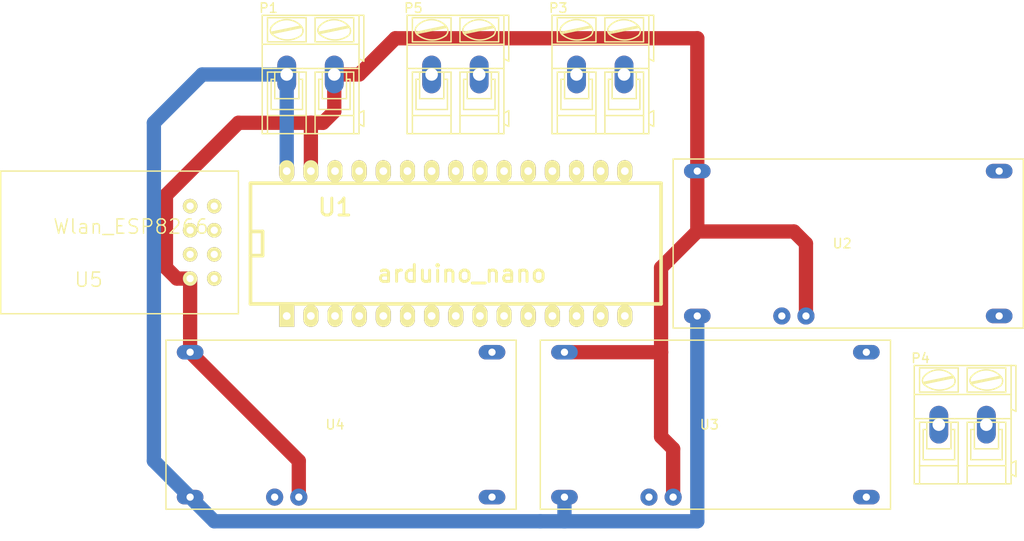
<source format=kicad_pcb>
(kicad_pcb (version 4) (host pcbnew 4.0.7)

  (general
    (links 23)
    (no_connects 11)
    (area 14.094999 16.17 122.195001 73.465)
    (thickness 1.6)
    (drawings 0)
    (tracks 38)
    (zones 0)
    (modules 9)
    (nets 15)
  )

  (page A4)
  (layers
    (0 F.Cu signal)
    (31 B.Cu signal)
    (32 B.Adhes user)
    (33 F.Adhes user)
    (34 B.Paste user)
    (35 F.Paste user)
    (36 B.SilkS user)
    (37 F.SilkS user)
    (38 B.Mask user)
    (39 F.Mask user)
    (40 Dwgs.User user)
    (41 Cmts.User user)
    (42 Eco1.User user)
    (43 Eco2.User user)
    (44 Edge.Cuts user)
    (45 Margin user)
    (46 B.CrtYd user)
    (47 F.CrtYd user)
    (48 B.Fab user)
    (49 F.Fab user)
  )

  (setup
    (last_trace_width 0.25)
    (trace_clearance 0.2)
    (zone_clearance 0.508)
    (zone_45_only no)
    (trace_min 0.2)
    (segment_width 0.2)
    (edge_width 0.1)
    (via_size 0.6)
    (via_drill 0.4)
    (via_min_size 0.4)
    (via_min_drill 0.3)
    (uvia_size 0.3)
    (uvia_drill 0.1)
    (uvias_allowed no)
    (uvia_min_size 0.2)
    (uvia_min_drill 0.1)
    (pcb_text_width 0.3)
    (pcb_text_size 1.5 1.5)
    (mod_edge_width 0.15)
    (mod_text_size 1 1)
    (mod_text_width 0.15)
    (pad_size 1.5 1.5)
    (pad_drill 0.6)
    (pad_to_mask_clearance 0)
    (aux_axis_origin 0 0)
    (visible_elements 7FFFFFFF)
    (pcbplotparams
      (layerselection 0x00030_80000001)
      (usegerberextensions false)
      (excludeedgelayer true)
      (linewidth 0.100000)
      (plotframeref false)
      (viasonmask false)
      (mode 1)
      (useauxorigin false)
      (hpglpennumber 1)
      (hpglpenspeed 20)
      (hpglpendiameter 15)
      (hpglpenoverlay 2)
      (psnegative false)
      (psa4output false)
      (plotreference true)
      (plotvalue true)
      (plotinvisibletext false)
      (padsonsilk false)
      (subtractmaskfromsilk false)
      (outputformat 1)
      (mirror false)
      (drillshape 1)
      (scaleselection 1)
      (outputdirectory ""))
  )

  (net 0 "")
  (net 1 +12V)
  (net 2 GND)
  (net 3 "Net-(P3-Pad1)")
  (net 4 "Net-(P3-Pad2)")
  (net 5 "Net-(P4-Pad1)")
  (net 6 "Net-(P4-Pad2)")
  (net 7 "Net-(P5-Pad1)")
  (net 8 "Net-(P5-Pad2)")
  (net 9 +5V)
  (net 10 ledPwmPin1)
  (net 11 wlanTX)
  (net 12 ledPwmPin2)
  (net 13 ledPwmPin3)
  (net 14 wlanRX)

  (net_class Default "This is the default net class."
    (clearance 0.2)
    (trace_width 0.25)
    (via_dia 0.6)
    (via_drill 0.4)
    (uvia_dia 0.3)
    (uvia_drill 0.1)
    (add_net +5V)
    (add_net "Net-(P3-Pad1)")
    (add_net "Net-(P3-Pad2)")
    (add_net "Net-(P4-Pad1)")
    (add_net "Net-(P4-Pad2)")
    (add_net "Net-(P5-Pad1)")
    (add_net "Net-(P5-Pad2)")
    (add_net ledPwmPin1)
    (add_net ledPwmPin2)
    (add_net ledPwmPin3)
    (add_net wlanRX)
    (add_net wlanTX)
  )

  (net_class 12V ""
    (clearance 0.5)
    (trace_width 1.5)
    (via_dia 2.5)
    (via_drill 0.75)
    (uvia_dia 2.5)
    (uvia_drill 1.5)
    (add_net +12V)
  )

  (net_class GND ""
    (clearance 0.5)
    (trace_width 1.5)
    (via_dia 2.5)
    (via_drill 0.75)
    (uvia_dia 2.5)
    (uvia_drill 1.5)
    (add_net GND)
  )

  (module Connectors:AK300-2 (layer F.Cu) (tedit 54792136) (tstamp 5B720AE5)
    (at 44.45 24.13)
    (descr CONNECTOR)
    (tags CONNECTOR)
    (path /55FFC574)
    (attr virtual)
    (fp_text reference P1 (at -1.92 -6.985) (layer F.SilkS)
      (effects (font (size 1 1) (thickness 0.15)))
    )
    (fp_text value "Power input" (at 2.779 7.747) (layer F.Fab)
      (effects (font (size 1 1) (thickness 0.15)))
    )
    (fp_line (start 8.363 -6.473) (end -2.83 -6.473) (layer F.CrtYd) (width 0.05))
    (fp_line (start 8.363 6.473) (end 8.363 -6.473) (layer F.CrtYd) (width 0.05))
    (fp_line (start -2.83 6.473) (end 8.363 6.473) (layer F.CrtYd) (width 0.05))
    (fp_line (start -2.83 -6.473) (end -2.83 6.473) (layer F.CrtYd) (width 0.05))
    (fp_line (start -1.2596 2.54) (end 1.2804 2.54) (layer F.SilkS) (width 0.15))
    (fp_line (start 1.2804 2.54) (end 1.2804 -0.254) (layer F.SilkS) (width 0.15))
    (fp_line (start -1.2596 -0.254) (end 1.2804 -0.254) (layer F.SilkS) (width 0.15))
    (fp_line (start -1.2596 2.54) (end -1.2596 -0.254) (layer F.SilkS) (width 0.15))
    (fp_line (start 3.7442 2.54) (end 6.2842 2.54) (layer F.SilkS) (width 0.15))
    (fp_line (start 6.2842 2.54) (end 6.2842 -0.254) (layer F.SilkS) (width 0.15))
    (fp_line (start 3.7442 -0.254) (end 6.2842 -0.254) (layer F.SilkS) (width 0.15))
    (fp_line (start 3.7442 2.54) (end 3.7442 -0.254) (layer F.SilkS) (width 0.15))
    (fp_line (start 7.605 -6.223) (end 7.605 -3.175) (layer F.SilkS) (width 0.15))
    (fp_line (start 7.605 -6.223) (end -2.58 -6.223) (layer F.SilkS) (width 0.15))
    (fp_line (start 7.605 -6.223) (end 8.113 -6.223) (layer F.SilkS) (width 0.15))
    (fp_line (start 8.113 -6.223) (end 8.113 -1.397) (layer F.SilkS) (width 0.15))
    (fp_line (start 8.113 -1.397) (end 7.605 -1.651) (layer F.SilkS) (width 0.15))
    (fp_line (start 8.113 5.461) (end 7.605 5.207) (layer F.SilkS) (width 0.15))
    (fp_line (start 7.605 5.207) (end 7.605 6.223) (layer F.SilkS) (width 0.15))
    (fp_line (start 8.113 3.81) (end 7.605 4.064) (layer F.SilkS) (width 0.15))
    (fp_line (start 7.605 4.064) (end 7.605 5.207) (layer F.SilkS) (width 0.15))
    (fp_line (start 8.113 3.81) (end 8.113 5.461) (layer F.SilkS) (width 0.15))
    (fp_line (start 2.9822 6.223) (end 2.9822 4.318) (layer F.SilkS) (width 0.15))
    (fp_line (start 7.0462 -0.254) (end 7.0462 4.318) (layer F.SilkS) (width 0.15))
    (fp_line (start 2.9822 6.223) (end 7.0462 6.223) (layer F.SilkS) (width 0.15))
    (fp_line (start 7.0462 6.223) (end 7.605 6.223) (layer F.SilkS) (width 0.15))
    (fp_line (start 2.0424 6.223) (end 2.0424 4.318) (layer F.SilkS) (width 0.15))
    (fp_line (start 2.0424 6.223) (end 2.9822 6.223) (layer F.SilkS) (width 0.15))
    (fp_line (start -2.0216 -0.254) (end -2.0216 4.318) (layer F.SilkS) (width 0.15))
    (fp_line (start -2.58 6.223) (end -2.0216 6.223) (layer F.SilkS) (width 0.15))
    (fp_line (start -2.0216 6.223) (end 2.0424 6.223) (layer F.SilkS) (width 0.15))
    (fp_line (start 2.9822 4.318) (end 7.0462 4.318) (layer F.SilkS) (width 0.15))
    (fp_line (start 2.9822 4.318) (end 2.9822 -0.254) (layer F.SilkS) (width 0.15))
    (fp_line (start 7.0462 4.318) (end 7.0462 6.223) (layer F.SilkS) (width 0.15))
    (fp_line (start 2.0424 4.318) (end -2.0216 4.318) (layer F.SilkS) (width 0.15))
    (fp_line (start 2.0424 4.318) (end 2.0424 -0.254) (layer F.SilkS) (width 0.15))
    (fp_line (start -2.0216 4.318) (end -2.0216 6.223) (layer F.SilkS) (width 0.15))
    (fp_line (start 6.6652 3.683) (end 6.6652 0.508) (layer F.SilkS) (width 0.15))
    (fp_line (start 6.6652 3.683) (end 3.3632 3.683) (layer F.SilkS) (width 0.15))
    (fp_line (start 3.3632 3.683) (end 3.3632 0.508) (layer F.SilkS) (width 0.15))
    (fp_line (start 1.6614 3.683) (end 1.6614 0.508) (layer F.SilkS) (width 0.15))
    (fp_line (start 1.6614 3.683) (end -1.6406 3.683) (layer F.SilkS) (width 0.15))
    (fp_line (start -1.6406 3.683) (end -1.6406 0.508) (layer F.SilkS) (width 0.15))
    (fp_line (start -1.6406 0.508) (end -1.2596 0.508) (layer F.SilkS) (width 0.15))
    (fp_line (start 1.6614 0.508) (end 1.2804 0.508) (layer F.SilkS) (width 0.15))
    (fp_line (start 3.3632 0.508) (end 3.7442 0.508) (layer F.SilkS) (width 0.15))
    (fp_line (start 6.6652 0.508) (end 6.2842 0.508) (layer F.SilkS) (width 0.15))
    (fp_line (start -2.58 6.223) (end -2.58 -0.635) (layer F.SilkS) (width 0.15))
    (fp_line (start -2.58 -0.635) (end -2.58 -3.175) (layer F.SilkS) (width 0.15))
    (fp_line (start 7.605 -1.651) (end 7.605 -0.635) (layer F.SilkS) (width 0.15))
    (fp_line (start 7.605 -0.635) (end 7.605 4.064) (layer F.SilkS) (width 0.15))
    (fp_line (start -2.58 -3.175) (end 7.605 -3.175) (layer F.SilkS) (width 0.15))
    (fp_line (start -2.58 -3.175) (end -2.58 -6.223) (layer F.SilkS) (width 0.15))
    (fp_line (start 7.605 -3.175) (end 7.605 -1.651) (layer F.SilkS) (width 0.15))
    (fp_line (start 2.9822 -3.429) (end 2.9822 -5.969) (layer F.SilkS) (width 0.15))
    (fp_line (start 2.9822 -5.969) (end 7.0462 -5.969) (layer F.SilkS) (width 0.15))
    (fp_line (start 7.0462 -5.969) (end 7.0462 -3.429) (layer F.SilkS) (width 0.15))
    (fp_line (start 7.0462 -3.429) (end 2.9822 -3.429) (layer F.SilkS) (width 0.15))
    (fp_line (start 2.0424 -3.429) (end 2.0424 -5.969) (layer F.SilkS) (width 0.15))
    (fp_line (start 2.0424 -3.429) (end -2.0216 -3.429) (layer F.SilkS) (width 0.15))
    (fp_line (start -2.0216 -3.429) (end -2.0216 -5.969) (layer F.SilkS) (width 0.15))
    (fp_line (start 2.0424 -5.969) (end -2.0216 -5.969) (layer F.SilkS) (width 0.15))
    (fp_line (start 3.3886 -4.445) (end 6.4366 -5.08) (layer F.SilkS) (width 0.15))
    (fp_line (start 3.5156 -4.318) (end 6.5636 -4.953) (layer F.SilkS) (width 0.15))
    (fp_line (start -1.6152 -4.445) (end 1.43534 -5.08) (layer F.SilkS) (width 0.15))
    (fp_line (start -1.4882 -4.318) (end 1.5598 -4.953) (layer F.SilkS) (width 0.15))
    (fp_line (start -2.0216 -0.254) (end -1.6406 -0.254) (layer F.SilkS) (width 0.15))
    (fp_line (start 2.0424 -0.254) (end 1.6614 -0.254) (layer F.SilkS) (width 0.15))
    (fp_line (start 1.6614 -0.254) (end -1.6406 -0.254) (layer F.SilkS) (width 0.15))
    (fp_line (start -2.58 -0.635) (end -1.6406 -0.635) (layer F.SilkS) (width 0.15))
    (fp_line (start -1.6406 -0.635) (end 1.6614 -0.635) (layer F.SilkS) (width 0.15))
    (fp_line (start 1.6614 -0.635) (end 3.3632 -0.635) (layer F.SilkS) (width 0.15))
    (fp_line (start 7.605 -0.635) (end 6.6652 -0.635) (layer F.SilkS) (width 0.15))
    (fp_line (start 6.6652 -0.635) (end 3.3632 -0.635) (layer F.SilkS) (width 0.15))
    (fp_line (start 7.0462 -0.254) (end 6.6652 -0.254) (layer F.SilkS) (width 0.15))
    (fp_line (start 2.9822 -0.254) (end 3.3632 -0.254) (layer F.SilkS) (width 0.15))
    (fp_line (start 3.3632 -0.254) (end 6.6652 -0.254) (layer F.SilkS) (width 0.15))
    (fp_arc (start 6.0302 -4.59486) (end 6.53566 -5.05206) (angle 90.5) (layer F.SilkS) (width 0.15))
    (fp_arc (start 5.065 -6.0706) (end 6.52804 -4.11734) (angle 75.5) (layer F.SilkS) (width 0.15))
    (fp_arc (start 4.98626 -3.7084) (end 3.3886 -5.0038) (angle 100) (layer F.SilkS) (width 0.15))
    (fp_arc (start 3.8712 -4.64566) (end 3.58164 -4.1275) (angle 104.2) (layer F.SilkS) (width 0.15))
    (fp_arc (start 1.0264 -4.59486) (end 1.5344 -5.05206) (angle 90.5) (layer F.SilkS) (width 0.15))
    (fp_arc (start 0.06374 -6.0706) (end 1.52678 -4.11734) (angle 75.5) (layer F.SilkS) (width 0.15))
    (fp_arc (start -0.01246 -3.7084) (end -1.6152 -5.0038) (angle 100) (layer F.SilkS) (width 0.15))
    (fp_arc (start -1.1326 -4.64566) (end -1.41962 -4.1275) (angle 104.2) (layer F.SilkS) (width 0.15))
    (pad 1 thru_hole oval (at 0 0) (size 1.9812 3.9624) (drill 1.3208) (layers *.Cu F.Paste F.Mask)
      (net 1 +12V))
    (pad 2 thru_hole oval (at 5 0) (size 1.9812 3.9624) (drill 1.3208) (layers *.Cu F.Paste F.Mask)
      (net 2 GND))
  )

  (module Connectors:AK300-2 (layer F.Cu) (tedit 54792136) (tstamp 5B720AEB)
    (at 74.93 24.13)
    (descr CONNECTOR)
    (tags CONNECTOR)
    (path /55FFD4B0)
    (attr virtual)
    (fp_text reference P3 (at -1.92 -6.985) (layer F.SilkS)
      (effects (font (size 1 1) (thickness 0.15)))
    )
    (fp_text value "LED 1" (at 2.779 7.747) (layer F.Fab)
      (effects (font (size 1 1) (thickness 0.15)))
    )
    (fp_line (start 8.363 -6.473) (end -2.83 -6.473) (layer F.CrtYd) (width 0.05))
    (fp_line (start 8.363 6.473) (end 8.363 -6.473) (layer F.CrtYd) (width 0.05))
    (fp_line (start -2.83 6.473) (end 8.363 6.473) (layer F.CrtYd) (width 0.05))
    (fp_line (start -2.83 -6.473) (end -2.83 6.473) (layer F.CrtYd) (width 0.05))
    (fp_line (start -1.2596 2.54) (end 1.2804 2.54) (layer F.SilkS) (width 0.15))
    (fp_line (start 1.2804 2.54) (end 1.2804 -0.254) (layer F.SilkS) (width 0.15))
    (fp_line (start -1.2596 -0.254) (end 1.2804 -0.254) (layer F.SilkS) (width 0.15))
    (fp_line (start -1.2596 2.54) (end -1.2596 -0.254) (layer F.SilkS) (width 0.15))
    (fp_line (start 3.7442 2.54) (end 6.2842 2.54) (layer F.SilkS) (width 0.15))
    (fp_line (start 6.2842 2.54) (end 6.2842 -0.254) (layer F.SilkS) (width 0.15))
    (fp_line (start 3.7442 -0.254) (end 6.2842 -0.254) (layer F.SilkS) (width 0.15))
    (fp_line (start 3.7442 2.54) (end 3.7442 -0.254) (layer F.SilkS) (width 0.15))
    (fp_line (start 7.605 -6.223) (end 7.605 -3.175) (layer F.SilkS) (width 0.15))
    (fp_line (start 7.605 -6.223) (end -2.58 -6.223) (layer F.SilkS) (width 0.15))
    (fp_line (start 7.605 -6.223) (end 8.113 -6.223) (layer F.SilkS) (width 0.15))
    (fp_line (start 8.113 -6.223) (end 8.113 -1.397) (layer F.SilkS) (width 0.15))
    (fp_line (start 8.113 -1.397) (end 7.605 -1.651) (layer F.SilkS) (width 0.15))
    (fp_line (start 8.113 5.461) (end 7.605 5.207) (layer F.SilkS) (width 0.15))
    (fp_line (start 7.605 5.207) (end 7.605 6.223) (layer F.SilkS) (width 0.15))
    (fp_line (start 8.113 3.81) (end 7.605 4.064) (layer F.SilkS) (width 0.15))
    (fp_line (start 7.605 4.064) (end 7.605 5.207) (layer F.SilkS) (width 0.15))
    (fp_line (start 8.113 3.81) (end 8.113 5.461) (layer F.SilkS) (width 0.15))
    (fp_line (start 2.9822 6.223) (end 2.9822 4.318) (layer F.SilkS) (width 0.15))
    (fp_line (start 7.0462 -0.254) (end 7.0462 4.318) (layer F.SilkS) (width 0.15))
    (fp_line (start 2.9822 6.223) (end 7.0462 6.223) (layer F.SilkS) (width 0.15))
    (fp_line (start 7.0462 6.223) (end 7.605 6.223) (layer F.SilkS) (width 0.15))
    (fp_line (start 2.0424 6.223) (end 2.0424 4.318) (layer F.SilkS) (width 0.15))
    (fp_line (start 2.0424 6.223) (end 2.9822 6.223) (layer F.SilkS) (width 0.15))
    (fp_line (start -2.0216 -0.254) (end -2.0216 4.318) (layer F.SilkS) (width 0.15))
    (fp_line (start -2.58 6.223) (end -2.0216 6.223) (layer F.SilkS) (width 0.15))
    (fp_line (start -2.0216 6.223) (end 2.0424 6.223) (layer F.SilkS) (width 0.15))
    (fp_line (start 2.9822 4.318) (end 7.0462 4.318) (layer F.SilkS) (width 0.15))
    (fp_line (start 2.9822 4.318) (end 2.9822 -0.254) (layer F.SilkS) (width 0.15))
    (fp_line (start 7.0462 4.318) (end 7.0462 6.223) (layer F.SilkS) (width 0.15))
    (fp_line (start 2.0424 4.318) (end -2.0216 4.318) (layer F.SilkS) (width 0.15))
    (fp_line (start 2.0424 4.318) (end 2.0424 -0.254) (layer F.SilkS) (width 0.15))
    (fp_line (start -2.0216 4.318) (end -2.0216 6.223) (layer F.SilkS) (width 0.15))
    (fp_line (start 6.6652 3.683) (end 6.6652 0.508) (layer F.SilkS) (width 0.15))
    (fp_line (start 6.6652 3.683) (end 3.3632 3.683) (layer F.SilkS) (width 0.15))
    (fp_line (start 3.3632 3.683) (end 3.3632 0.508) (layer F.SilkS) (width 0.15))
    (fp_line (start 1.6614 3.683) (end 1.6614 0.508) (layer F.SilkS) (width 0.15))
    (fp_line (start 1.6614 3.683) (end -1.6406 3.683) (layer F.SilkS) (width 0.15))
    (fp_line (start -1.6406 3.683) (end -1.6406 0.508) (layer F.SilkS) (width 0.15))
    (fp_line (start -1.6406 0.508) (end -1.2596 0.508) (layer F.SilkS) (width 0.15))
    (fp_line (start 1.6614 0.508) (end 1.2804 0.508) (layer F.SilkS) (width 0.15))
    (fp_line (start 3.3632 0.508) (end 3.7442 0.508) (layer F.SilkS) (width 0.15))
    (fp_line (start 6.6652 0.508) (end 6.2842 0.508) (layer F.SilkS) (width 0.15))
    (fp_line (start -2.58 6.223) (end -2.58 -0.635) (layer F.SilkS) (width 0.15))
    (fp_line (start -2.58 -0.635) (end -2.58 -3.175) (layer F.SilkS) (width 0.15))
    (fp_line (start 7.605 -1.651) (end 7.605 -0.635) (layer F.SilkS) (width 0.15))
    (fp_line (start 7.605 -0.635) (end 7.605 4.064) (layer F.SilkS) (width 0.15))
    (fp_line (start -2.58 -3.175) (end 7.605 -3.175) (layer F.SilkS) (width 0.15))
    (fp_line (start -2.58 -3.175) (end -2.58 -6.223) (layer F.SilkS) (width 0.15))
    (fp_line (start 7.605 -3.175) (end 7.605 -1.651) (layer F.SilkS) (width 0.15))
    (fp_line (start 2.9822 -3.429) (end 2.9822 -5.969) (layer F.SilkS) (width 0.15))
    (fp_line (start 2.9822 -5.969) (end 7.0462 -5.969) (layer F.SilkS) (width 0.15))
    (fp_line (start 7.0462 -5.969) (end 7.0462 -3.429) (layer F.SilkS) (width 0.15))
    (fp_line (start 7.0462 -3.429) (end 2.9822 -3.429) (layer F.SilkS) (width 0.15))
    (fp_line (start 2.0424 -3.429) (end 2.0424 -5.969) (layer F.SilkS) (width 0.15))
    (fp_line (start 2.0424 -3.429) (end -2.0216 -3.429) (layer F.SilkS) (width 0.15))
    (fp_line (start -2.0216 -3.429) (end -2.0216 -5.969) (layer F.SilkS) (width 0.15))
    (fp_line (start 2.0424 -5.969) (end -2.0216 -5.969) (layer F.SilkS) (width 0.15))
    (fp_line (start 3.3886 -4.445) (end 6.4366 -5.08) (layer F.SilkS) (width 0.15))
    (fp_line (start 3.5156 -4.318) (end 6.5636 -4.953) (layer F.SilkS) (width 0.15))
    (fp_line (start -1.6152 -4.445) (end 1.43534 -5.08) (layer F.SilkS) (width 0.15))
    (fp_line (start -1.4882 -4.318) (end 1.5598 -4.953) (layer F.SilkS) (width 0.15))
    (fp_line (start -2.0216 -0.254) (end -1.6406 -0.254) (layer F.SilkS) (width 0.15))
    (fp_line (start 2.0424 -0.254) (end 1.6614 -0.254) (layer F.SilkS) (width 0.15))
    (fp_line (start 1.6614 -0.254) (end -1.6406 -0.254) (layer F.SilkS) (width 0.15))
    (fp_line (start -2.58 -0.635) (end -1.6406 -0.635) (layer F.SilkS) (width 0.15))
    (fp_line (start -1.6406 -0.635) (end 1.6614 -0.635) (layer F.SilkS) (width 0.15))
    (fp_line (start 1.6614 -0.635) (end 3.3632 -0.635) (layer F.SilkS) (width 0.15))
    (fp_line (start 7.605 -0.635) (end 6.6652 -0.635) (layer F.SilkS) (width 0.15))
    (fp_line (start 6.6652 -0.635) (end 3.3632 -0.635) (layer F.SilkS) (width 0.15))
    (fp_line (start 7.0462 -0.254) (end 6.6652 -0.254) (layer F.SilkS) (width 0.15))
    (fp_line (start 2.9822 -0.254) (end 3.3632 -0.254) (layer F.SilkS) (width 0.15))
    (fp_line (start 3.3632 -0.254) (end 6.6652 -0.254) (layer F.SilkS) (width 0.15))
    (fp_arc (start 6.0302 -4.59486) (end 6.53566 -5.05206) (angle 90.5) (layer F.SilkS) (width 0.15))
    (fp_arc (start 5.065 -6.0706) (end 6.52804 -4.11734) (angle 75.5) (layer F.SilkS) (width 0.15))
    (fp_arc (start 4.98626 -3.7084) (end 3.3886 -5.0038) (angle 100) (layer F.SilkS) (width 0.15))
    (fp_arc (start 3.8712 -4.64566) (end 3.58164 -4.1275) (angle 104.2) (layer F.SilkS) (width 0.15))
    (fp_arc (start 1.0264 -4.59486) (end 1.5344 -5.05206) (angle 90.5) (layer F.SilkS) (width 0.15))
    (fp_arc (start 0.06374 -6.0706) (end 1.52678 -4.11734) (angle 75.5) (layer F.SilkS) (width 0.15))
    (fp_arc (start -0.01246 -3.7084) (end -1.6152 -5.0038) (angle 100) (layer F.SilkS) (width 0.15))
    (fp_arc (start -1.1326 -4.64566) (end -1.41962 -4.1275) (angle 104.2) (layer F.SilkS) (width 0.15))
    (pad 1 thru_hole oval (at 0 0) (size 1.9812 3.9624) (drill 1.3208) (layers *.Cu F.Paste F.Mask)
      (net 3 "Net-(P3-Pad1)"))
    (pad 2 thru_hole oval (at 5 0) (size 1.9812 3.9624) (drill 1.3208) (layers *.Cu F.Paste F.Mask)
      (net 4 "Net-(P3-Pad2)"))
  )

  (module Connectors:AK300-2 (layer F.Cu) (tedit 54792136) (tstamp 5B720AF1)
    (at 113.03 60.96)
    (descr CONNECTOR)
    (tags CONNECTOR)
    (path /55FFD727)
    (attr virtual)
    (fp_text reference P4 (at -1.92 -6.985) (layer F.SilkS)
      (effects (font (size 1 1) (thickness 0.15)))
    )
    (fp_text value "LED 2" (at 2.779 7.747) (layer F.Fab)
      (effects (font (size 1 1) (thickness 0.15)))
    )
    (fp_line (start 8.363 -6.473) (end -2.83 -6.473) (layer F.CrtYd) (width 0.05))
    (fp_line (start 8.363 6.473) (end 8.363 -6.473) (layer F.CrtYd) (width 0.05))
    (fp_line (start -2.83 6.473) (end 8.363 6.473) (layer F.CrtYd) (width 0.05))
    (fp_line (start -2.83 -6.473) (end -2.83 6.473) (layer F.CrtYd) (width 0.05))
    (fp_line (start -1.2596 2.54) (end 1.2804 2.54) (layer F.SilkS) (width 0.15))
    (fp_line (start 1.2804 2.54) (end 1.2804 -0.254) (layer F.SilkS) (width 0.15))
    (fp_line (start -1.2596 -0.254) (end 1.2804 -0.254) (layer F.SilkS) (width 0.15))
    (fp_line (start -1.2596 2.54) (end -1.2596 -0.254) (layer F.SilkS) (width 0.15))
    (fp_line (start 3.7442 2.54) (end 6.2842 2.54) (layer F.SilkS) (width 0.15))
    (fp_line (start 6.2842 2.54) (end 6.2842 -0.254) (layer F.SilkS) (width 0.15))
    (fp_line (start 3.7442 -0.254) (end 6.2842 -0.254) (layer F.SilkS) (width 0.15))
    (fp_line (start 3.7442 2.54) (end 3.7442 -0.254) (layer F.SilkS) (width 0.15))
    (fp_line (start 7.605 -6.223) (end 7.605 -3.175) (layer F.SilkS) (width 0.15))
    (fp_line (start 7.605 -6.223) (end -2.58 -6.223) (layer F.SilkS) (width 0.15))
    (fp_line (start 7.605 -6.223) (end 8.113 -6.223) (layer F.SilkS) (width 0.15))
    (fp_line (start 8.113 -6.223) (end 8.113 -1.397) (layer F.SilkS) (width 0.15))
    (fp_line (start 8.113 -1.397) (end 7.605 -1.651) (layer F.SilkS) (width 0.15))
    (fp_line (start 8.113 5.461) (end 7.605 5.207) (layer F.SilkS) (width 0.15))
    (fp_line (start 7.605 5.207) (end 7.605 6.223) (layer F.SilkS) (width 0.15))
    (fp_line (start 8.113 3.81) (end 7.605 4.064) (layer F.SilkS) (width 0.15))
    (fp_line (start 7.605 4.064) (end 7.605 5.207) (layer F.SilkS) (width 0.15))
    (fp_line (start 8.113 3.81) (end 8.113 5.461) (layer F.SilkS) (width 0.15))
    (fp_line (start 2.9822 6.223) (end 2.9822 4.318) (layer F.SilkS) (width 0.15))
    (fp_line (start 7.0462 -0.254) (end 7.0462 4.318) (layer F.SilkS) (width 0.15))
    (fp_line (start 2.9822 6.223) (end 7.0462 6.223) (layer F.SilkS) (width 0.15))
    (fp_line (start 7.0462 6.223) (end 7.605 6.223) (layer F.SilkS) (width 0.15))
    (fp_line (start 2.0424 6.223) (end 2.0424 4.318) (layer F.SilkS) (width 0.15))
    (fp_line (start 2.0424 6.223) (end 2.9822 6.223) (layer F.SilkS) (width 0.15))
    (fp_line (start -2.0216 -0.254) (end -2.0216 4.318) (layer F.SilkS) (width 0.15))
    (fp_line (start -2.58 6.223) (end -2.0216 6.223) (layer F.SilkS) (width 0.15))
    (fp_line (start -2.0216 6.223) (end 2.0424 6.223) (layer F.SilkS) (width 0.15))
    (fp_line (start 2.9822 4.318) (end 7.0462 4.318) (layer F.SilkS) (width 0.15))
    (fp_line (start 2.9822 4.318) (end 2.9822 -0.254) (layer F.SilkS) (width 0.15))
    (fp_line (start 7.0462 4.318) (end 7.0462 6.223) (layer F.SilkS) (width 0.15))
    (fp_line (start 2.0424 4.318) (end -2.0216 4.318) (layer F.SilkS) (width 0.15))
    (fp_line (start 2.0424 4.318) (end 2.0424 -0.254) (layer F.SilkS) (width 0.15))
    (fp_line (start -2.0216 4.318) (end -2.0216 6.223) (layer F.SilkS) (width 0.15))
    (fp_line (start 6.6652 3.683) (end 6.6652 0.508) (layer F.SilkS) (width 0.15))
    (fp_line (start 6.6652 3.683) (end 3.3632 3.683) (layer F.SilkS) (width 0.15))
    (fp_line (start 3.3632 3.683) (end 3.3632 0.508) (layer F.SilkS) (width 0.15))
    (fp_line (start 1.6614 3.683) (end 1.6614 0.508) (layer F.SilkS) (width 0.15))
    (fp_line (start 1.6614 3.683) (end -1.6406 3.683) (layer F.SilkS) (width 0.15))
    (fp_line (start -1.6406 3.683) (end -1.6406 0.508) (layer F.SilkS) (width 0.15))
    (fp_line (start -1.6406 0.508) (end -1.2596 0.508) (layer F.SilkS) (width 0.15))
    (fp_line (start 1.6614 0.508) (end 1.2804 0.508) (layer F.SilkS) (width 0.15))
    (fp_line (start 3.3632 0.508) (end 3.7442 0.508) (layer F.SilkS) (width 0.15))
    (fp_line (start 6.6652 0.508) (end 6.2842 0.508) (layer F.SilkS) (width 0.15))
    (fp_line (start -2.58 6.223) (end -2.58 -0.635) (layer F.SilkS) (width 0.15))
    (fp_line (start -2.58 -0.635) (end -2.58 -3.175) (layer F.SilkS) (width 0.15))
    (fp_line (start 7.605 -1.651) (end 7.605 -0.635) (layer F.SilkS) (width 0.15))
    (fp_line (start 7.605 -0.635) (end 7.605 4.064) (layer F.SilkS) (width 0.15))
    (fp_line (start -2.58 -3.175) (end 7.605 -3.175) (layer F.SilkS) (width 0.15))
    (fp_line (start -2.58 -3.175) (end -2.58 -6.223) (layer F.SilkS) (width 0.15))
    (fp_line (start 7.605 -3.175) (end 7.605 -1.651) (layer F.SilkS) (width 0.15))
    (fp_line (start 2.9822 -3.429) (end 2.9822 -5.969) (layer F.SilkS) (width 0.15))
    (fp_line (start 2.9822 -5.969) (end 7.0462 -5.969) (layer F.SilkS) (width 0.15))
    (fp_line (start 7.0462 -5.969) (end 7.0462 -3.429) (layer F.SilkS) (width 0.15))
    (fp_line (start 7.0462 -3.429) (end 2.9822 -3.429) (layer F.SilkS) (width 0.15))
    (fp_line (start 2.0424 -3.429) (end 2.0424 -5.969) (layer F.SilkS) (width 0.15))
    (fp_line (start 2.0424 -3.429) (end -2.0216 -3.429) (layer F.SilkS) (width 0.15))
    (fp_line (start -2.0216 -3.429) (end -2.0216 -5.969) (layer F.SilkS) (width 0.15))
    (fp_line (start 2.0424 -5.969) (end -2.0216 -5.969) (layer F.SilkS) (width 0.15))
    (fp_line (start 3.3886 -4.445) (end 6.4366 -5.08) (layer F.SilkS) (width 0.15))
    (fp_line (start 3.5156 -4.318) (end 6.5636 -4.953) (layer F.SilkS) (width 0.15))
    (fp_line (start -1.6152 -4.445) (end 1.43534 -5.08) (layer F.SilkS) (width 0.15))
    (fp_line (start -1.4882 -4.318) (end 1.5598 -4.953) (layer F.SilkS) (width 0.15))
    (fp_line (start -2.0216 -0.254) (end -1.6406 -0.254) (layer F.SilkS) (width 0.15))
    (fp_line (start 2.0424 -0.254) (end 1.6614 -0.254) (layer F.SilkS) (width 0.15))
    (fp_line (start 1.6614 -0.254) (end -1.6406 -0.254) (layer F.SilkS) (width 0.15))
    (fp_line (start -2.58 -0.635) (end -1.6406 -0.635) (layer F.SilkS) (width 0.15))
    (fp_line (start -1.6406 -0.635) (end 1.6614 -0.635) (layer F.SilkS) (width 0.15))
    (fp_line (start 1.6614 -0.635) (end 3.3632 -0.635) (layer F.SilkS) (width 0.15))
    (fp_line (start 7.605 -0.635) (end 6.6652 -0.635) (layer F.SilkS) (width 0.15))
    (fp_line (start 6.6652 -0.635) (end 3.3632 -0.635) (layer F.SilkS) (width 0.15))
    (fp_line (start 7.0462 -0.254) (end 6.6652 -0.254) (layer F.SilkS) (width 0.15))
    (fp_line (start 2.9822 -0.254) (end 3.3632 -0.254) (layer F.SilkS) (width 0.15))
    (fp_line (start 3.3632 -0.254) (end 6.6652 -0.254) (layer F.SilkS) (width 0.15))
    (fp_arc (start 6.0302 -4.59486) (end 6.53566 -5.05206) (angle 90.5) (layer F.SilkS) (width 0.15))
    (fp_arc (start 5.065 -6.0706) (end 6.52804 -4.11734) (angle 75.5) (layer F.SilkS) (width 0.15))
    (fp_arc (start 4.98626 -3.7084) (end 3.3886 -5.0038) (angle 100) (layer F.SilkS) (width 0.15))
    (fp_arc (start 3.8712 -4.64566) (end 3.58164 -4.1275) (angle 104.2) (layer F.SilkS) (width 0.15))
    (fp_arc (start 1.0264 -4.59486) (end 1.5344 -5.05206) (angle 90.5) (layer F.SilkS) (width 0.15))
    (fp_arc (start 0.06374 -6.0706) (end 1.52678 -4.11734) (angle 75.5) (layer F.SilkS) (width 0.15))
    (fp_arc (start -0.01246 -3.7084) (end -1.6152 -5.0038) (angle 100) (layer F.SilkS) (width 0.15))
    (fp_arc (start -1.1326 -4.64566) (end -1.41962 -4.1275) (angle 104.2) (layer F.SilkS) (width 0.15))
    (pad 1 thru_hole oval (at 0 0) (size 1.9812 3.9624) (drill 1.3208) (layers *.Cu F.Paste F.Mask)
      (net 5 "Net-(P4-Pad1)"))
    (pad 2 thru_hole oval (at 5 0) (size 1.9812 3.9624) (drill 1.3208) (layers *.Cu F.Paste F.Mask)
      (net 6 "Net-(P4-Pad2)"))
  )

  (module Connectors:AK300-2 (layer F.Cu) (tedit 54792136) (tstamp 5B720AF7)
    (at 59.69 24.13)
    (descr CONNECTOR)
    (tags CONNECTOR)
    (path /55FFFF3B)
    (attr virtual)
    (fp_text reference P5 (at -1.92 -6.985) (layer F.SilkS)
      (effects (font (size 1 1) (thickness 0.15)))
    )
    (fp_text value "LED 3" (at 2.779 7.747) (layer F.Fab)
      (effects (font (size 1 1) (thickness 0.15)))
    )
    (fp_line (start 8.363 -6.473) (end -2.83 -6.473) (layer F.CrtYd) (width 0.05))
    (fp_line (start 8.363 6.473) (end 8.363 -6.473) (layer F.CrtYd) (width 0.05))
    (fp_line (start -2.83 6.473) (end 8.363 6.473) (layer F.CrtYd) (width 0.05))
    (fp_line (start -2.83 -6.473) (end -2.83 6.473) (layer F.CrtYd) (width 0.05))
    (fp_line (start -1.2596 2.54) (end 1.2804 2.54) (layer F.SilkS) (width 0.15))
    (fp_line (start 1.2804 2.54) (end 1.2804 -0.254) (layer F.SilkS) (width 0.15))
    (fp_line (start -1.2596 -0.254) (end 1.2804 -0.254) (layer F.SilkS) (width 0.15))
    (fp_line (start -1.2596 2.54) (end -1.2596 -0.254) (layer F.SilkS) (width 0.15))
    (fp_line (start 3.7442 2.54) (end 6.2842 2.54) (layer F.SilkS) (width 0.15))
    (fp_line (start 6.2842 2.54) (end 6.2842 -0.254) (layer F.SilkS) (width 0.15))
    (fp_line (start 3.7442 -0.254) (end 6.2842 -0.254) (layer F.SilkS) (width 0.15))
    (fp_line (start 3.7442 2.54) (end 3.7442 -0.254) (layer F.SilkS) (width 0.15))
    (fp_line (start 7.605 -6.223) (end 7.605 -3.175) (layer F.SilkS) (width 0.15))
    (fp_line (start 7.605 -6.223) (end -2.58 -6.223) (layer F.SilkS) (width 0.15))
    (fp_line (start 7.605 -6.223) (end 8.113 -6.223) (layer F.SilkS) (width 0.15))
    (fp_line (start 8.113 -6.223) (end 8.113 -1.397) (layer F.SilkS) (width 0.15))
    (fp_line (start 8.113 -1.397) (end 7.605 -1.651) (layer F.SilkS) (width 0.15))
    (fp_line (start 8.113 5.461) (end 7.605 5.207) (layer F.SilkS) (width 0.15))
    (fp_line (start 7.605 5.207) (end 7.605 6.223) (layer F.SilkS) (width 0.15))
    (fp_line (start 8.113 3.81) (end 7.605 4.064) (layer F.SilkS) (width 0.15))
    (fp_line (start 7.605 4.064) (end 7.605 5.207) (layer F.SilkS) (width 0.15))
    (fp_line (start 8.113 3.81) (end 8.113 5.461) (layer F.SilkS) (width 0.15))
    (fp_line (start 2.9822 6.223) (end 2.9822 4.318) (layer F.SilkS) (width 0.15))
    (fp_line (start 7.0462 -0.254) (end 7.0462 4.318) (layer F.SilkS) (width 0.15))
    (fp_line (start 2.9822 6.223) (end 7.0462 6.223) (layer F.SilkS) (width 0.15))
    (fp_line (start 7.0462 6.223) (end 7.605 6.223) (layer F.SilkS) (width 0.15))
    (fp_line (start 2.0424 6.223) (end 2.0424 4.318) (layer F.SilkS) (width 0.15))
    (fp_line (start 2.0424 6.223) (end 2.9822 6.223) (layer F.SilkS) (width 0.15))
    (fp_line (start -2.0216 -0.254) (end -2.0216 4.318) (layer F.SilkS) (width 0.15))
    (fp_line (start -2.58 6.223) (end -2.0216 6.223) (layer F.SilkS) (width 0.15))
    (fp_line (start -2.0216 6.223) (end 2.0424 6.223) (layer F.SilkS) (width 0.15))
    (fp_line (start 2.9822 4.318) (end 7.0462 4.318) (layer F.SilkS) (width 0.15))
    (fp_line (start 2.9822 4.318) (end 2.9822 -0.254) (layer F.SilkS) (width 0.15))
    (fp_line (start 7.0462 4.318) (end 7.0462 6.223) (layer F.SilkS) (width 0.15))
    (fp_line (start 2.0424 4.318) (end -2.0216 4.318) (layer F.SilkS) (width 0.15))
    (fp_line (start 2.0424 4.318) (end 2.0424 -0.254) (layer F.SilkS) (width 0.15))
    (fp_line (start -2.0216 4.318) (end -2.0216 6.223) (layer F.SilkS) (width 0.15))
    (fp_line (start 6.6652 3.683) (end 6.6652 0.508) (layer F.SilkS) (width 0.15))
    (fp_line (start 6.6652 3.683) (end 3.3632 3.683) (layer F.SilkS) (width 0.15))
    (fp_line (start 3.3632 3.683) (end 3.3632 0.508) (layer F.SilkS) (width 0.15))
    (fp_line (start 1.6614 3.683) (end 1.6614 0.508) (layer F.SilkS) (width 0.15))
    (fp_line (start 1.6614 3.683) (end -1.6406 3.683) (layer F.SilkS) (width 0.15))
    (fp_line (start -1.6406 3.683) (end -1.6406 0.508) (layer F.SilkS) (width 0.15))
    (fp_line (start -1.6406 0.508) (end -1.2596 0.508) (layer F.SilkS) (width 0.15))
    (fp_line (start 1.6614 0.508) (end 1.2804 0.508) (layer F.SilkS) (width 0.15))
    (fp_line (start 3.3632 0.508) (end 3.7442 0.508) (layer F.SilkS) (width 0.15))
    (fp_line (start 6.6652 0.508) (end 6.2842 0.508) (layer F.SilkS) (width 0.15))
    (fp_line (start -2.58 6.223) (end -2.58 -0.635) (layer F.SilkS) (width 0.15))
    (fp_line (start -2.58 -0.635) (end -2.58 -3.175) (layer F.SilkS) (width 0.15))
    (fp_line (start 7.605 -1.651) (end 7.605 -0.635) (layer F.SilkS) (width 0.15))
    (fp_line (start 7.605 -0.635) (end 7.605 4.064) (layer F.SilkS) (width 0.15))
    (fp_line (start -2.58 -3.175) (end 7.605 -3.175) (layer F.SilkS) (width 0.15))
    (fp_line (start -2.58 -3.175) (end -2.58 -6.223) (layer F.SilkS) (width 0.15))
    (fp_line (start 7.605 -3.175) (end 7.605 -1.651) (layer F.SilkS) (width 0.15))
    (fp_line (start 2.9822 -3.429) (end 2.9822 -5.969) (layer F.SilkS) (width 0.15))
    (fp_line (start 2.9822 -5.969) (end 7.0462 -5.969) (layer F.SilkS) (width 0.15))
    (fp_line (start 7.0462 -5.969) (end 7.0462 -3.429) (layer F.SilkS) (width 0.15))
    (fp_line (start 7.0462 -3.429) (end 2.9822 -3.429) (layer F.SilkS) (width 0.15))
    (fp_line (start 2.0424 -3.429) (end 2.0424 -5.969) (layer F.SilkS) (width 0.15))
    (fp_line (start 2.0424 -3.429) (end -2.0216 -3.429) (layer F.SilkS) (width 0.15))
    (fp_line (start -2.0216 -3.429) (end -2.0216 -5.969) (layer F.SilkS) (width 0.15))
    (fp_line (start 2.0424 -5.969) (end -2.0216 -5.969) (layer F.SilkS) (width 0.15))
    (fp_line (start 3.3886 -4.445) (end 6.4366 -5.08) (layer F.SilkS) (width 0.15))
    (fp_line (start 3.5156 -4.318) (end 6.5636 -4.953) (layer F.SilkS) (width 0.15))
    (fp_line (start -1.6152 -4.445) (end 1.43534 -5.08) (layer F.SilkS) (width 0.15))
    (fp_line (start -1.4882 -4.318) (end 1.5598 -4.953) (layer F.SilkS) (width 0.15))
    (fp_line (start -2.0216 -0.254) (end -1.6406 -0.254) (layer F.SilkS) (width 0.15))
    (fp_line (start 2.0424 -0.254) (end 1.6614 -0.254) (layer F.SilkS) (width 0.15))
    (fp_line (start 1.6614 -0.254) (end -1.6406 -0.254) (layer F.SilkS) (width 0.15))
    (fp_line (start -2.58 -0.635) (end -1.6406 -0.635) (layer F.SilkS) (width 0.15))
    (fp_line (start -1.6406 -0.635) (end 1.6614 -0.635) (layer F.SilkS) (width 0.15))
    (fp_line (start 1.6614 -0.635) (end 3.3632 -0.635) (layer F.SilkS) (width 0.15))
    (fp_line (start 7.605 -0.635) (end 6.6652 -0.635) (layer F.SilkS) (width 0.15))
    (fp_line (start 6.6652 -0.635) (end 3.3632 -0.635) (layer F.SilkS) (width 0.15))
    (fp_line (start 7.0462 -0.254) (end 6.6652 -0.254) (layer F.SilkS) (width 0.15))
    (fp_line (start 2.9822 -0.254) (end 3.3632 -0.254) (layer F.SilkS) (width 0.15))
    (fp_line (start 3.3632 -0.254) (end 6.6652 -0.254) (layer F.SilkS) (width 0.15))
    (fp_arc (start 6.0302 -4.59486) (end 6.53566 -5.05206) (angle 90.5) (layer F.SilkS) (width 0.15))
    (fp_arc (start 5.065 -6.0706) (end 6.52804 -4.11734) (angle 75.5) (layer F.SilkS) (width 0.15))
    (fp_arc (start 4.98626 -3.7084) (end 3.3886 -5.0038) (angle 100) (layer F.SilkS) (width 0.15))
    (fp_arc (start 3.8712 -4.64566) (end 3.58164 -4.1275) (angle 104.2) (layer F.SilkS) (width 0.15))
    (fp_arc (start 1.0264 -4.59486) (end 1.5344 -5.05206) (angle 90.5) (layer F.SilkS) (width 0.15))
    (fp_arc (start 0.06374 -6.0706) (end 1.52678 -4.11734) (angle 75.5) (layer F.SilkS) (width 0.15))
    (fp_arc (start -0.01246 -3.7084) (end -1.6152 -5.0038) (angle 100) (layer F.SilkS) (width 0.15))
    (fp_arc (start -1.1326 -4.64566) (end -1.41962 -4.1275) (angle 104.2) (layer F.SilkS) (width 0.15))
    (pad 1 thru_hole oval (at 0 0) (size 1.9812 3.9624) (drill 1.3208) (layers *.Cu F.Paste F.Mask)
      (net 7 "Net-(P5-Pad1)"))
    (pad 2 thru_hole oval (at 5 0) (size 1.9812 3.9624) (drill 1.3208) (layers *.Cu F.Paste F.Mask)
      (net 8 "Net-(P5-Pad2)"))
  )

  (module lib:arduino_nano (layer F.Cu) (tedit 55FFF2BB) (tstamp 5B720B28)
    (at 63.5 41.91)
    (descr "30 pins DIL package, elliptical pads, width 600mil (arduino nano)")
    (tags "DIL arduino nano")
    (path /5555CA89)
    (fp_text reference U1 (at -13.97 -3.81) (layer F.SilkS)
      (effects (font (size 1.778 1.778) (thickness 0.3048)))
    )
    (fp_text value arduino_nano (at -0.635 3.175) (layer F.SilkS)
      (effects (font (size 1.778 1.778) (thickness 0.3048)))
    )
    (fp_line (start -22.86 -6.35) (end 20.32 -6.35) (layer F.SilkS) (width 0.381))
    (fp_line (start 20.32 -6.35) (end 20.32 6.35) (layer F.SilkS) (width 0.381))
    (fp_line (start 20.32 6.35) (end -22.86 6.35) (layer F.SilkS) (width 0.381))
    (fp_line (start -22.86 6.35) (end -22.86 -6.35) (layer F.SilkS) (width 0.381))
    (fp_line (start -22.86 1.27) (end -21.59 1.27) (layer F.SilkS) (width 0.381))
    (fp_line (start -21.59 1.27) (end -21.59 -1.27) (layer F.SilkS) (width 0.381))
    (fp_line (start -21.59 -1.27) (end -22.86 -1.27) (layer F.SilkS) (width 0.381))
    (pad TX1 thru_hole rect (at -19.05 7.62) (size 1.5748 2.286) (drill 0.8128) (layers *.Cu *.Mask F.SilkS))
    (pad RX0 thru_hole oval (at -16.51 7.62) (size 1.5748 2.286) (drill 0.8128) (layers *.Cu *.Mask F.SilkS))
    (pad RST1 thru_hole oval (at -13.97 7.62) (size 1.5748 2.286) (drill 0.8128) (layers *.Cu *.Mask F.SilkS))
    (pad GND1 thru_hole oval (at -11.43 7.62) (size 1.5748 2.286) (drill 0.8128) (layers *.Cu *.Mask F.SilkS))
    (pad D2 thru_hole oval (at -8.89 7.62) (size 1.5748 2.286) (drill 0.8128) (layers *.Cu *.Mask F.SilkS))
    (pad D3 thru_hole oval (at -6.35 7.62) (size 1.5748 2.286) (drill 0.8128) (layers *.Cu *.Mask F.SilkS)
      (net 10 ledPwmPin1))
    (pad D4 thru_hole oval (at -3.81 7.62) (size 1.5748 2.286) (drill 0.8128) (layers *.Cu *.Mask F.SilkS)
      (net 11 wlanTX))
    (pad D5 thru_hole oval (at -1.27 7.62) (size 1.5748 2.286) (drill 0.8128) (layers *.Cu *.Mask F.SilkS)
      (net 12 ledPwmPin2))
    (pad D6 thru_hole oval (at 1.27 7.62) (size 1.5748 2.286) (drill 0.8128) (layers *.Cu *.Mask F.SilkS)
      (net 13 ledPwmPin3))
    (pad D7 thru_hole oval (at 3.81 7.62) (size 1.5748 2.286) (drill 0.8128) (layers *.Cu *.Mask F.SilkS)
      (net 14 wlanRX))
    (pad D8 thru_hole oval (at 6.35 7.62) (size 1.5748 2.286) (drill 0.8128) (layers *.Cu *.Mask F.SilkS))
    (pad D9 thru_hole oval (at 8.89 7.62) (size 1.5748 2.286) (drill 0.8128) (layers *.Cu *.Mask F.SilkS))
    (pad D10 thru_hole oval (at 11.43 7.62) (size 1.5748 2.286) (drill 0.8128) (layers *.Cu *.Mask F.SilkS))
    (pad D11 thru_hole oval (at 13.97 7.62) (size 1.5748 2.286) (drill 0.8128) (layers *.Cu *.Mask F.SilkS))
    (pad D12 thru_hole oval (at 16.51 7.62) (size 1.5748 2.286) (drill 0.8128) (layers *.Cu *.Mask F.SilkS))
    (pad D13 thru_hole oval (at 16.51 -7.62) (size 1.5748 2.286) (drill 0.8128) (layers *.Cu *.Mask F.SilkS))
    (pad 3V3 thru_hole oval (at 13.97 -7.62) (size 1.5748 2.286) (drill 0.8128) (layers *.Cu *.Mask F.SilkS))
    (pad REF thru_hole oval (at 11.43 -7.62) (size 1.5748 2.286) (drill 0.8128) (layers *.Cu *.Mask F.SilkS))
    (pad A0 thru_hole oval (at 8.89 -7.62) (size 1.5748 2.286) (drill 0.8128) (layers *.Cu *.Mask F.SilkS))
    (pad A1 thru_hole oval (at 6.35 -7.62) (size 1.5748 2.286) (drill 0.8128) (layers *.Cu *.Mask F.SilkS))
    (pad A2 thru_hole oval (at 3.81 -7.62) (size 1.5748 2.286) (drill 0.8128) (layers *.Cu *.Mask F.SilkS))
    (pad A3 thru_hole oval (at 1.27 -7.62) (size 1.5748 2.286) (drill 0.8128) (layers *.Cu *.Mask F.SilkS))
    (pad A4 thru_hole oval (at -1.27 -7.62) (size 1.5748 2.286) (drill 0.8128) (layers *.Cu *.Mask F.SilkS))
    (pad A5 thru_hole oval (at -3.81 -7.62) (size 1.5748 2.286) (drill 0.8128) (layers *.Cu *.Mask F.SilkS))
    (pad A6 thru_hole oval (at -6.35 -7.62) (size 1.5748 2.286) (drill 0.8128) (layers *.Cu *.Mask F.SilkS))
    (pad A7 thru_hole oval (at -8.89 -7.62) (size 1.5748 2.286) (drill 0.8128) (layers *.Cu *.Mask F.SilkS))
    (pad 5V thru_hole oval (at -11.43 -7.62) (size 1.5748 2.286) (drill 0.8128) (layers *.Cu *.Mask F.SilkS)
      (net 9 +5V))
    (pad RST thru_hole oval (at -13.97 -7.62) (size 1.5748 2.286) (drill 0.8128) (layers *.Cu *.Mask F.SilkS))
    (pad GND thru_hole oval (at -16.51 -7.62) (size 1.5748 2.286) (drill 0.8128) (layers *.Cu *.Mask F.SilkS)
      (net 2 GND))
    (pad VIN thru_hole oval (at -19.05 -7.62) (size 1.5748 2.286) (drill 0.8128) (layers *.Cu *.Mask F.SilkS)
      (net 1 +12V))
  )

  (module lib:LED_Driver_700mA_foot (layer F.Cu) (tedit 5A4CD32C) (tstamp 5B720B36)
    (at 102.87 41.91)
    (path /5A4C9D64)
    (fp_text reference U2 (at 0 0) (layer F.SilkS)
      (effects (font (size 1 1) (thickness 0.15)))
    )
    (fp_text value LED_Driver_700mA (at 0 11.43) (layer F.Fab)
      (effects (font (size 1 1) (thickness 0.15)))
    )
    (fp_line (start -17.78 -8.89) (end 19.05 -8.89) (layer F.SilkS) (width 0.15))
    (fp_line (start 19.05 -8.89) (end 19.05 8.89) (layer F.SilkS) (width 0.15))
    (fp_line (start 19.05 8.89) (end -17.78 8.89) (layer F.SilkS) (width 0.15))
    (fp_line (start -17.78 8.89) (end -17.78 -8.89) (layer F.SilkS) (width 0.15))
    (pad 1 thru_hole oval (at -15.24 7.62) (size 2.8 1.524) (drill 0.762) (layers *.Cu *.Mask)
      (net 1 +12V))
    (pad 2 thru_hole oval (at -15.24 -7.62) (size 2.8 1.524) (drill 0.762) (layers *.Cu *.Mask)
      (net 2 GND))
    (pad 3 thru_hole oval (at 16.51 7.62) (size 2.8 1.524) (drill 0.762) (layers *.Cu *.Mask)
      (net 3 "Net-(P3-Pad1)"))
    (pad 4 thru_hole oval (at 16.51 -7.62) (size 2.8 1.524) (drill 0.762) (layers *.Cu *.Mask)
      (net 4 "Net-(P3-Pad2)"))
    (pad 5 thru_hole circle (at -6.35 7.62) (size 1.8 1.8) (drill 0.762) (layers *.Cu *.Mask)
      (net 10 ledPwmPin1))
    (pad 6 thru_hole circle (at -3.81 7.62) (size 1.8 1.8) (drill 0.762) (layers *.Cu *.Mask)
      (net 2 GND))
  )

  (module lib:LED_Driver_700mA_foot (layer F.Cu) (tedit 5A4CD32C) (tstamp 5B720B44)
    (at 88.9 60.96)
    (path /5A4D11CB)
    (fp_text reference U3 (at 0 0) (layer F.SilkS)
      (effects (font (size 1 1) (thickness 0.15)))
    )
    (fp_text value LED_Driver_700mA (at 0 11.43) (layer F.Fab)
      (effects (font (size 1 1) (thickness 0.15)))
    )
    (fp_line (start -17.78 -8.89) (end 19.05 -8.89) (layer F.SilkS) (width 0.15))
    (fp_line (start 19.05 -8.89) (end 19.05 8.89) (layer F.SilkS) (width 0.15))
    (fp_line (start 19.05 8.89) (end -17.78 8.89) (layer F.SilkS) (width 0.15))
    (fp_line (start -17.78 8.89) (end -17.78 -8.89) (layer F.SilkS) (width 0.15))
    (pad 1 thru_hole oval (at -15.24 7.62) (size 2.8 1.524) (drill 0.762) (layers *.Cu *.Mask)
      (net 1 +12V))
    (pad 2 thru_hole oval (at -15.24 -7.62) (size 2.8 1.524) (drill 0.762) (layers *.Cu *.Mask)
      (net 2 GND))
    (pad 3 thru_hole oval (at 16.51 7.62) (size 2.8 1.524) (drill 0.762) (layers *.Cu *.Mask)
      (net 5 "Net-(P4-Pad1)"))
    (pad 4 thru_hole oval (at 16.51 -7.62) (size 2.8 1.524) (drill 0.762) (layers *.Cu *.Mask)
      (net 6 "Net-(P4-Pad2)"))
    (pad 5 thru_hole circle (at -6.35 7.62) (size 1.8 1.8) (drill 0.762) (layers *.Cu *.Mask)
      (net 12 ledPwmPin2))
    (pad 6 thru_hole circle (at -3.81 7.62) (size 1.8 1.8) (drill 0.762) (layers *.Cu *.Mask)
      (net 2 GND))
  )

  (module lib:LED_Driver_700mA_foot (layer F.Cu) (tedit 5A4CD32C) (tstamp 5B720B52)
    (at 49.53 60.96)
    (path /5A4D1F3E)
    (fp_text reference U4 (at 0 0) (layer F.SilkS)
      (effects (font (size 1 1) (thickness 0.15)))
    )
    (fp_text value LED_Driver_700mA (at 0 11.43) (layer F.Fab)
      (effects (font (size 1 1) (thickness 0.15)))
    )
    (fp_line (start -17.78 -8.89) (end 19.05 -8.89) (layer F.SilkS) (width 0.15))
    (fp_line (start 19.05 -8.89) (end 19.05 8.89) (layer F.SilkS) (width 0.15))
    (fp_line (start 19.05 8.89) (end -17.78 8.89) (layer F.SilkS) (width 0.15))
    (fp_line (start -17.78 8.89) (end -17.78 -8.89) (layer F.SilkS) (width 0.15))
    (pad 1 thru_hole oval (at -15.24 7.62) (size 2.8 1.524) (drill 0.762) (layers *.Cu *.Mask)
      (net 1 +12V))
    (pad 2 thru_hole oval (at -15.24 -7.62) (size 2.8 1.524) (drill 0.762) (layers *.Cu *.Mask)
      (net 2 GND))
    (pad 3 thru_hole oval (at 16.51 7.62) (size 2.8 1.524) (drill 0.762) (layers *.Cu *.Mask)
      (net 7 "Net-(P5-Pad1)"))
    (pad 4 thru_hole oval (at 16.51 -7.62) (size 2.8 1.524) (drill 0.762) (layers *.Cu *.Mask)
      (net 8 "Net-(P5-Pad2)"))
    (pad 5 thru_hole circle (at -6.35 7.62) (size 1.8 1.8) (drill 0.762) (layers *.Cu *.Mask)
      (net 13 ledPwmPin3))
    (pad 6 thru_hole circle (at -3.81 7.62) (size 1.8 1.8) (drill 0.762) (layers *.Cu *.Mask)
      (net 2 GND))
  )

  (module lib:Wlan_ESP8266 (layer F.Cu) (tedit 5B72078B) (tstamp 5B720B62)
    (at 39.37 34.29 180)
    (path /5B559F39)
    (fp_text reference U5 (at 15.748 -11.43 180) (layer F.SilkS)
      (effects (font (size 1.5 1.5) (thickness 0.15)))
    )
    (fp_text value Wlan_ESP8266 (at 11.303 -5.842 180) (layer F.SilkS)
      (effects (font (size 1.5 1.5) (thickness 0.15)))
    )
    (fp_line (start 0 0) (end 0 -15) (layer F.SilkS) (width 0.15))
    (fp_line (start 0 -15) (end 25 -15) (layer F.SilkS) (width 0.15))
    (fp_line (start 25 -15) (end 25 0) (layer F.SilkS) (width 0.15))
    (fp_line (start 25 0) (end 0 0) (layer F.SilkS) (width 0.15))
    (pad TX thru_hole circle (at 2.54 -11.303 180) (size 1.524 1.524) (drill 0.762) (layers *.Cu *.Mask F.SilkS)
      (net 11 wlanTX))
    (pad VCC thru_hole circle (at 2.54 -3.683 180) (size 1.524 1.524) (drill 0.762) (layers *.Cu *.Mask F.SilkS))
    (pad RX thru_hole circle (at 5.08 -3.683 180) (size 1.524 1.524) (drill 0.762) (layers *.Cu *.Mask F.SilkS)
      (net 14 wlanRX))
    (pad GP_0 thru_hole circle (at 5.08 -6.223 180) (size 1.524 1.524) (drill 0.762) (layers *.Cu *.Mask F.SilkS))
    (pad Rese thru_hole circle (at 2.54 -6.223 180) (size 1.524 1.524) (drill 0.762) (layers *.Cu *.Mask F.SilkS))
    (pad CH_P thru_hole circle (at 2.54 -8.763 180) (size 1.524 1.524) (drill 0.762) (layers *.Cu *.Mask F.SilkS))
    (pad GP_2 thru_hole circle (at 5.08 -8.763 180) (size 1.524 1.524) (drill 0.762) (layers *.Cu *.Mask F.SilkS))
    (pad GND thru_hole circle (at 5.08 -11.303 180) (size 1.524 1.524) (drill 0.762) (layers *.Cu *.Mask F.SilkS)
      (net 2 GND))
    (model ${KISYS3DMOD}/Socket_Strips.3dshapes/Socket_Strip_Straight_2x04.wrl
      (at (xyz 0.15 0.29 0))
      (scale (xyz 1 1 1))
      (rotate (xyz 0 0 90))
    )
  )

  (segment (start 44.45 24.13) (end 44.45 34.29) (width 1.5) (layer B.Cu) (net 1))
  (segment (start 73.66 71.12) (end 87.63 71.12) (width 1.5) (layer B.Cu) (net 1))
  (segment (start 87.63 71.12) (end 87.63 49.53) (width 1.5) (layer B.Cu) (net 1) (tstamp 5B734411))
  (segment (start 34.29 68.58) (end 36.83 71.12) (width 1.5) (layer B.Cu) (net 1))
  (segment (start 73.66 71.12) (end 73.66 68.58) (width 1.5) (layer B.Cu) (net 1) (tstamp 5B7343F7))
  (segment (start 71.12 71.12) (end 73.66 71.12) (width 1.5) (layer B.Cu) (net 1) (tstamp 5B7343EF))
  (segment (start 36.83 71.12) (end 71.12 71.12) (width 1.5) (layer B.Cu) (net 1) (tstamp 5B7343EC))
  (segment (start 34.29 68.58) (end 30.48 64.77) (width 1.5) (layer B.Cu) (net 1))
  (segment (start 35.56 24.13) (end 44.45 24.13) (width 1.5) (layer B.Cu) (net 1) (tstamp 5B7343DA))
  (segment (start 30.48 29.21) (end 35.56 24.13) (width 1.5) (layer B.Cu) (net 1) (tstamp 5B7343D4))
  (segment (start 30.48 64.77) (end 30.48 29.21) (width 1.5) (layer B.Cu) (net 1) (tstamp 5B7343D0))
  (segment (start 46.99 29.21) (end 46.99 34.29) (width 1.5) (layer F.Cu) (net 2) (status 800000))
  (segment (start 34.29 45.593) (end 32.893 45.593) (width 1.5) (layer F.Cu) (net 2))
  (segment (start 49.45 28.02) (end 49.45 24.13) (width 1.5) (layer F.Cu) (net 2) (tstamp 5B734573))
  (segment (start 48.26 29.21) (end 49.45 28.02) (width 1.5) (layer F.Cu) (net 2) (tstamp 5B734570))
  (segment (start 39.37 29.21) (end 46.99 29.21) (width 1.5) (layer F.Cu) (net 2) (tstamp 5B73456D))
  (segment (start 46.99 29.21) (end 48.26 29.21) (width 1.5) (layer F.Cu) (net 2) (tstamp 5B7345A7))
  (segment (start 31.75 36.83) (end 39.37 29.21) (width 1.5) (layer F.Cu) (net 2) (tstamp 5B734568))
  (segment (start 31.75 44.45) (end 31.75 36.83) (width 1.5) (layer F.Cu) (net 2) (tstamp 5B73455D))
  (segment (start 32.893 45.593) (end 31.75 44.45) (width 1.5) (layer F.Cu) (net 2) (tstamp 5B73455B))
  (segment (start 34.29 53.34) (end 34.29 45.593) (width 1.5) (layer F.Cu) (net 2))
  (segment (start 34.29 53.34) (end 43.18 62.23) (width 1.5) (layer F.Cu) (net 2))
  (segment (start 45.72 64.77) (end 43.18 62.23) (width 1.5) (layer F.Cu) (net 2) (tstamp 5B73453F))
  (segment (start 45.72 64.77) (end 45.72 68.58) (width 1.5) (layer F.Cu) (net 2))
  (segment (start 87.63 40.64) (end 97.79 40.64) (width 1.5) (layer F.Cu) (net 2))
  (segment (start 99.06 41.91) (end 99.06 49.53) (width 1.5) (layer F.Cu) (net 2) (tstamp 5B734505))
  (segment (start 97.79 40.64) (end 99.06 41.91) (width 1.5) (layer F.Cu) (net 2) (tstamp 5B7344FF))
  (segment (start 83.82 53.34) (end 83.82 62.23) (width 1.5) (layer F.Cu) (net 2))
  (segment (start 85.09 63.5) (end 85.09 68.58) (width 1.5) (layer F.Cu) (net 2) (tstamp 5B73448E))
  (segment (start 83.82 62.23) (end 85.09 63.5) (width 1.5) (layer F.Cu) (net 2) (tstamp 5B734488))
  (segment (start 87.63 34.29) (end 87.63 40.64) (width 1.5) (layer F.Cu) (net 2))
  (segment (start 83.82 53.34) (end 73.66 53.34) (width 1.5) (layer F.Cu) (net 2) (tstamp 5B73446C))
  (segment (start 83.82 44.45) (end 83.82 53.34) (width 1.5) (layer F.Cu) (net 2) (tstamp 5B734469))
  (segment (start 87.63 40.64) (end 83.82 44.45) (width 1.5) (layer F.Cu) (net 2) (tstamp 5B734463))
  (segment (start 49.45 24.13) (end 52.07 24.13) (width 1.5) (layer F.Cu) (net 2))
  (segment (start 52.07 24.13) (end 55.88 20.32) (width 1.5) (layer F.Cu) (net 2) (tstamp 5B73443C))
  (segment (start 55.88 20.32) (end 87.63 20.32) (width 1.5) (layer F.Cu) (net 2) (tstamp 5B73444B))
  (segment (start 87.63 20.32) (end 87.63 34.29) (width 1.5) (layer F.Cu) (net 2) (tstamp 5B734453))

)

</source>
